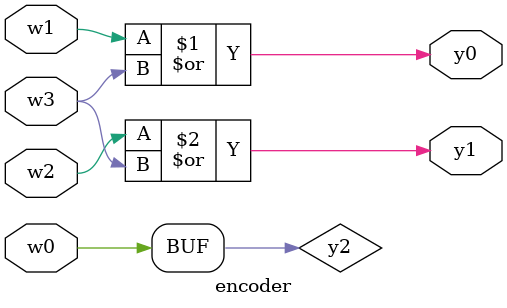
<source format=v>
module encoder(y0,y1,w0,w1,w2,w3);
output y0,y1;
input w0,w1,w2,w3;
buf g1(y2,w0);
or g2(y0,w1,w3);
or g3(y1,w2,w3);
endmodule

</source>
